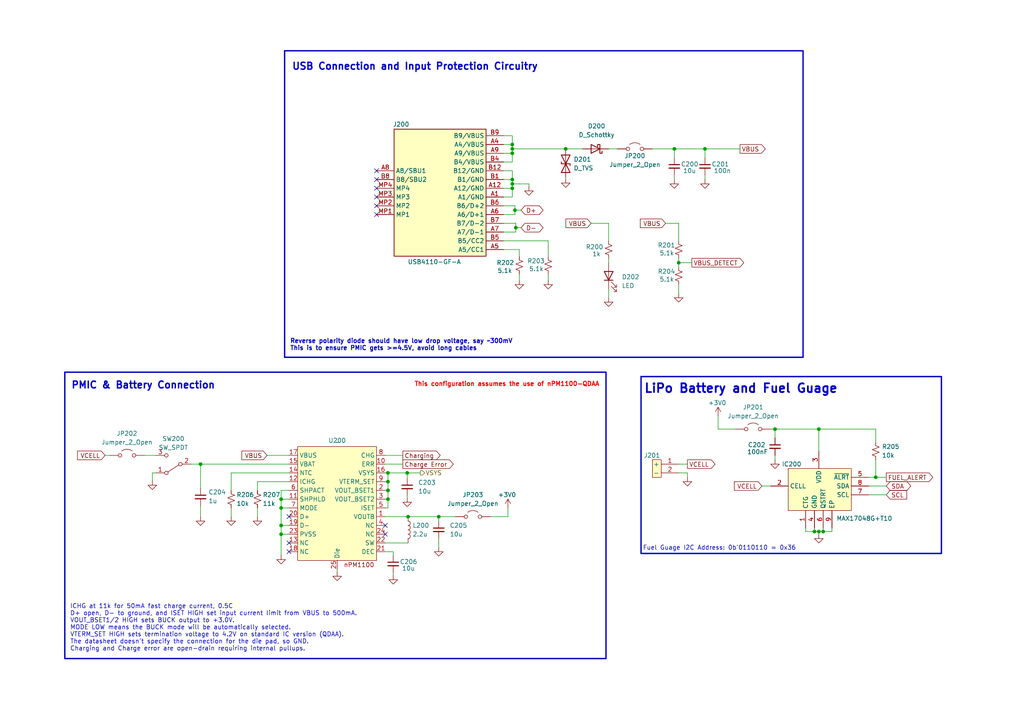
<source format=kicad_sch>
(kicad_sch (version 20231120) (generator "eeschema") (generator_version "8.0")
  (paper "A4")
  (lib_symbols
    (symbol "Device:C_Small" (pin_numbers hide) (pin_names (offset 0.254) hide)
      (property "Reference" "C" (at 0.254 1.778 0))
      (property "Value" "C_Small" (at 0.254 -2.032 0))
      (symbol "C_Small_0_1"
        (polyline (pts (xy -1.524 -0.508) (xy 1.524 -0.508)) (stroke (width 0.3302)))
        (polyline (pts (xy -1.524 0.508) (xy 1.524 0.508)) (stroke (width 0.3048)))
      )
      (symbol "C_Small_1_1"
        (pin passive line (at 0 2.54 270) (length 2.032) (name "~") (number "1"))
        (pin passive line (at 0 -2.54 90) (length 2.032) (name "~") (number "2"))
      )
    )
    (symbol "Device:D_Schottky" (pin_numbers hide) (pin_names (offset 1.016) hide)
      (property "Reference" "D" (at 0 2.54 0))
      (property "Value" "D_Schottky" (at 0 -2.54 0))
      (symbol "D_Schottky_0_1"
        (polyline (pts (xy 1.27 0) (xy -1.27 0)))
        (polyline (pts (xy 1.27 1.27) (xy 1.27 -1.27) (xy -1.27 0) (xy 1.27 1.27)) (stroke (width 0.254)))
        (polyline (pts (xy -1.905 0.635) (xy -1.905 1.27) (xy -1.27 1.27) (xy -1.27 -1.27) (xy -0.635 -1.27) (xy -0.635 -0.635)) (stroke (width 0.254)))
      )
      (symbol "D_Schottky_1_1"
        (pin passive line (at -3.81 0 0) (length 2.54) (name "K") (number "1"))
        (pin passive line (at 3.81 0 180) (length 2.54) (name "A") (number "2"))
      )
    )
    (symbol "Device:D_TVS" (pin_numbers hide) (pin_names (offset 1.016) hide)
      (property "Reference" "D" (at 0 2.54 0))
      (property "Value" "D_TVS" (at 0 -2.54 0))
      (symbol "D_TVS_0_1"
        (polyline (pts (xy 1.27 0) (xy -1.27 0)))
        (polyline (pts (xy 0.508 1.27) (xy 0 1.27) (xy 0 -1.27) (xy -0.508 -1.27)) (stroke (width 0.254)))
        (polyline (pts (xy -2.54 1.27) (xy -2.54 -1.27) (xy 2.54 1.27) (xy 2.54 -1.27) (xy -2.54 1.27)) (stroke (width 0.254)))
      )
      (symbol "D_TVS_1_1"
        (pin passive line (at -3.81 0 0) (length 2.54) (name "A1") (number "1"))
        (pin passive line (at 3.81 0 180) (length 2.54) (name "A2") (number "2"))
      )
    )
    (symbol "Device:L" (pin_numbers hide) (pin_names (offset 1.016) hide)
      (property "Reference" "L" (at -1.27 0 90))
      (property "Value" "L" (at 1.905 0 90))
      (symbol "L_0_1"
        (arc (start 0 -2.54) (mid 0.6323 -1.905) (end 0 -1.27))
        (arc (start 0 -1.27) (mid 0.6323 -0.635) (end 0 0))
        (arc (start 0 0) (mid 0.6323 0.635) (end 0 1.27))
        (arc (start 0 1.27) (mid 0.6323 1.905) (end 0 2.54))
      )
      (symbol "L_1_1"
        (pin passive line (at 0 3.81 270) (length 1.27) (name "1") (number "1"))
        (pin passive line (at 0 -3.81 90) (length 1.27) (name "2") (number "2"))
      )
    )
    (symbol "Device:LED" (pin_numbers hide) (pin_names (offset 1.016) hide)
      (property "Reference" "D" (at 0 2.54 0))
      (property "Value" "LED" (at 0 -2.54 0))
      (symbol "LED_0_1"
        (polyline (pts (xy -1.27 -1.27) (xy -1.27 1.27)) (stroke (width 0.254)))
        (polyline (pts (xy -1.27 0) (xy 1.27 0)))
        (polyline (pts (xy 1.27 -1.27) (xy 1.27 1.27) (xy -1.27 0) (xy 1.27 -1.27)) (stroke (width 0.254)))
        (polyline (pts (xy -3.048 -0.762) (xy -4.572 -2.286) (xy -3.81 -2.286) (xy -4.572 -2.286) (xy -4.572 -1.524)))
        (polyline (pts (xy -1.778 -0.762) (xy -3.302 -2.286) (xy -2.54 -2.286) (xy -3.302 -2.286) (xy -3.302 -1.524)))
      )
      (symbol "LED_1_1"
        (pin passive line (at -3.81 0 0) (length 2.54) (name "K") (number "1"))
        (pin passive line (at 3.81 0 180) (length 2.54) (name "A") (number "2"))
      )
    )
    (symbol "Device:R_Small_US" (pin_numbers hide) (pin_names (offset 0.254) hide)
      (property "Reference" "R" (at 0.762 0.508 0))
      (property "Value" "R_Small_US" (at 0.762 -1.016 0))
      (symbol "R_Small_US_1_1"
        (polyline (pts (xy 0 0) (xy 1.016 -0.381) (xy 0 -0.762) (xy -1.016 -1.143) (xy 0 -1.524)))
        (polyline (pts (xy 0 1.524) (xy 1.016 1.143) (xy 0 0.762) (xy -1.016 0.381) (xy 0 0)))
        (pin passive line (at 0 2.54 270) (length 1.016) (name "~") (number "1"))
        (pin passive line (at 0 -2.54 90) (length 1.016) (name "~") (number "2"))
      )
    )
    (symbol "GeckoDevelopmentBoard:1769_LiPoConnector"
      (property "Reference" "J1" (at -3.81 2.032 90))
      (property "Value" "1769_LiPoConnector" (at 4.064 1.27 90))
      (symbol "1769_LiPoConnector_1_1"
        (rectangle (start -2.54 2.54) (end 2.54 0) (fill (type background)))
        (pin passive line (at -1.27 -5.08 90) (length 5.08) (name "+") (number "1"))
        (pin passive line (at 1.27 -5.08 90) (length 5.08) (name "-") (number "2"))
      )
    )
    (symbol "GeckoDevelopmentBoard:MAX17048G+T10"
      (property "Reference" "IC3" (at -7.62 6.35 0))
      (property "Value" "MAX17048G+T10" (at 13.208 -8.89 0))
      (symbol "MAX17048G+T10_1_1"
        (rectangle (start -8.89 5.08) (end 9.398 -7.112) (fill (type background)))
        (pin passive line (at -3.81 -12.192 90) (length 5.08) (name "CTG") (number "1"))
        (pin passive line (at -13.97 0 0) (length 5.08) (name "CELL") (number "2"))
        (pin passive line (at 0 10.16 270) (length 5.08) (name "VDD") (number "3"))
        (pin passive line (at -1.27 -12.192 90) (length 5.08) (name "GND") (number "4"))
        (pin passive line (at 14.478 2.54 180) (length 5.08) (name "~{ALRT}") (number "5"))
        (pin passive line (at 1.27 -12.192 90) (length 5.08) (name "QSTRT") (number "6"))
        (pin passive line (at 14.478 -2.54 180) (length 5.08) (name "SCL") (number "7"))
        (pin passive line (at 14.478 0 180) (length 5.08) (name "SDA") (number "8"))
        (pin passive line (at 3.81 -12.192 90) (length 5.08) (name "EP") (number "9"))
      )
    )
    (symbol "GeckoDevelopmentBoard:nPM1100"
      (property "Reference" "U6" (at -10.16 16.51 0))
      (property "Value" "~" (at -12.7 12.7 0))
      (symbol "nPM1100_1_1"
        (rectangle (start -11.43 15.24) (end 11.43 -17.78) (fill (type background)))
        (text "nPM1100" (at 6.35 -19.05 0) (effects (font (size 1.27 1.27))))
        (pin input line (at 13.97 -5.08 180) (length 2.54) (name "VOUTB") (number "1"))
        (pin input line (at 13.97 10.16 180) (length 2.54) (name "ERR") (number "10"))
        (pin input line (at -13.97 0 0) (length 2.54) (name "SHPHLD") (number "11"))
        (pin input line (at -13.97 5.08 0) (length 2.54) (name "ICHG") (number "12"))
        (pin input line (at -13.97 -12.7 0) (length 2.54) (name "NC") (number "13"))
        (pin input line (at -13.97 7.62 0) (length 2.54) (name "NTC") (number "14"))
        (pin input line (at -13.97 10.16 0) (length 2.54) (name "VBAT") (number "15"))
        (pin input line (at 13.97 7.62 180) (length 2.54) (name "VSYS") (number "16"))
        (pin input line (at -13.97 12.7 0) (length 2.54) (name "VBUS") (number "17"))
        (pin input line (at -13.97 -15.24 0) (length 2.54) (name "NC") (number "18"))
        (pin input line (at -13.97 -7.62 0) (length 2.54) (name "D-") (number "19"))
        (pin input line (at 13.97 2.54 180) (length 2.54) (name "VOUT_BSET1") (number "2"))
        (pin input line (at -13.97 -5.08 0) (length 2.54) (name "D+") (number "20"))
        (pin input line (at 13.97 -15.24 180) (length 2.54) (name "DEC") (number "21"))
        (pin input line (at 13.97 -12.7 180) (length 2.54) (name "SW") (number "22"))
        (pin input line (at -13.97 -10.16 0) (length 2.54) (name "PVSS") (number "23"))
        (pin input line (at 13.97 -10.16 180) (length 2.54) (name "NC") (number "24"))
        (pin input line (at 0 -20.32 90) (length 2.54) (name "Die") (number "25"))
        (pin input line (at 13.97 0 180) (length 2.54) (name "VOUT_BSET2") (number "3"))
        (pin input line (at 13.97 -7.62 180) (length 2.54) (name "NC") (number "4"))
        (pin input line (at 13.97 -2.54 180) (length 2.54) (name "ISET") (number "5"))
        (pin input line (at -13.97 2.54 0) (length 2.54) (name "SHPACT") (number "6"))
        (pin input line (at -13.97 -2.54 0) (length 2.54) (name "MODE") (number "7"))
        (pin input line (at 13.97 12.7 180) (length 2.54) (name "CHG") (number "8"))
        (pin input line (at 13.97 5.08 180) (length 2.54) (name "VTERM_SET") (number "9"))
      )
    )
    (symbol "Jumper:Jumper_2_Open" (pin_numbers hide) (pin_names (offset 0) hide) (exclude_from_sim yes)
      (property "Reference" "JP" (at 0 2.794 0))
      (property "Value" "Jumper_2_Open" (at 0 -2.286 0))
      (symbol "Jumper_2_Open_0_0"
        (circle (center -2.032 0) (radius 0.508))
        (circle (center 2.032 0) (radius 0.508))
      )
      (symbol "Jumper_2_Open_0_1"
        (arc (start 1.524 1.27) (mid 0 1.778) (end -1.524 1.27))
      )
      (symbol "Jumper_2_Open_1_1"
        (pin passive line (at -5.08 0 0) (length 2.54) (name "A") (number "1"))
        (pin passive line (at 5.08 0 180) (length 2.54) (name "B") (number "2"))
      )
    )
    (symbol "SamacSys_Parts:USB4110-GF-A"
      (property "Reference" "J" (at -13.335 19.685 0))
      (property "Value" "USB4110-GF-A" (at 6.35 -20.32 0))
      (symbol "USB4110-GF-A_1_1"
        (rectangle (start -13.97 17.145) (end 12.7 -19.685) (stroke (width 0.254)) (fill (type background)))
        (pin passive line (at 17.78 -2.54 180) (length 5.08) (name "A1/GND") (number "A1"))
        (pin passive line (at 17.78 0 180) (length 5.08) (name "A12/GND") (number "A12"))
        (pin passive line (at 17.78 12.7 180) (length 5.08) (name "A4/VBUS") (number "A4"))
        (pin passive line (at 17.78 -17.78 180) (length 5.08) (name "A5/CC1") (number "A5"))
        (pin passive line (at 17.78 -7.62 180) (length 5.08) (name "A6/D+1") (number "A6"))
        (pin passive line (at 17.78 -12.7 180) (length 5.08) (name "A7/D-1") (number "A7"))
        (pin passive line (at -19.05 5.08 0) (length 5.08) (name "A8/SBU1") (number "A8"))
        (pin passive line (at 17.78 10.16 180) (length 5.08) (name "A9/VBUS") (number "A9"))
        (pin passive line (at 17.78 2.54 180) (length 5.08) (name "B1/GND") (number "B1"))
        (pin passive line (at 17.78 5.08 180) (length 5.08) (name "B12/GND") (number "B12"))
        (pin passive line (at 17.78 7.62 180) (length 5.08) (name "B4/VBUS") (number "B4"))
        (pin passive line (at 17.78 -15.24 180) (length 5.08) (name "B5/CC2") (number "B5"))
        (pin passive line (at 17.78 -5.08 180) (length 5.08) (name "B6/D+2") (number "B6"))
        (pin passive line (at 17.78 -10.16 180) (length 5.08) (name "B7/D-2") (number "B7"))
        (pin passive line (at -19.05 2.54 0) (length 5.08) (name "B8/SBU2") (number "B8"))
        (pin passive line (at 17.78 15.24 180) (length 5.08) (name "B9/VBUS") (number "B9"))
        (pin passive line (at -19.05 -7.62 0) (length 5.08) (name "MP1") (number "MP1"))
        (pin passive line (at -19.05 -5.08 0) (length 5.08) (name "MP2") (number "MP2"))
        (pin passive line (at -19.05 -2.54 0) (length 5.08) (name "MP3") (number "MP3"))
        (pin passive line (at -19.05 0 0) (length 5.08) (name "MP4") (number "MP4"))
      )
    )
    (symbol "Switch:SW_SPDT" (pin_names (offset 0) hide)
      (property "Reference" "SW" (at 0 4.318 0))
      (property "Value" "SW_SPDT" (at 0 -5.08 0))
      (symbol "SW_SPDT_0_0"
        (circle (center -2.032 0) (radius 0.508))
        (circle (center 2.032 -2.54) (radius 0.508))
      )
      (symbol "SW_SPDT_0_1"
        (polyline (pts (xy -1.524 0.254) (xy 1.651 2.286)))
        (circle (center 2.032 2.54) (radius 0.508))
      )
      (symbol "SW_SPDT_1_1"
        (pin passive line (at 5.08 2.54 180) (length 2.54) (name "A") (number "1"))
        (pin passive line (at -5.08 0 0) (length 2.54) (name "B") (number "2"))
        (pin passive line (at 5.08 -2.54 180) (length 2.54) (name "C") (number "3"))
      )
    )
    (symbol "power:+3V0" (power) (pin_names (offset 0))
      (property "Value" "+3V0" (at 0 3.556 0))
      (symbol "+3V0_0_1"
        (polyline (pts (xy -0.762 1.27) (xy 0 2.54)))
        (polyline (pts (xy 0 0) (xy 0 2.54)))
        (polyline (pts (xy 0 2.54) (xy 0.762 1.27)))
      )
      (symbol "+3V0_1_1"
        (pin power_in line (at 0 0 90) (length 0) hide (name "+3V0") (number "1"))
      )
    )
    (symbol "power:GND" (power) (pin_names (offset 0))
      (property "Value" "GND" (at 0 -3.81 0))
      (symbol "GND_0_1"
        (polyline (pts (xy 0 0) (xy 0 -1.27) (xy 1.27 -1.27) (xy 0 -2.54) (xy -1.27 -1.27) (xy 0 -1.27)))
      )
      (symbol "GND_1_1"
        (pin power_in line (at 0 0 270) (length 0) hide (name "GND") (number "1"))
      )
    )
  )
  (junction (at 148.59 52.07))
  (junction (at 164.084 43.18))
  (junction (at 224.79 124.46))
  (junction (at 204.47 43.18))
  (junction (at 148.59 54.61))
  (junction (at 112.522 144.78))
  (junction (at 237.49 124.46))
  (junction (at 254 138.43))
  (junction (at 195.58 43.18))
  (junction (at 148.59 53.34))
  (junction (at 58.166 134.62))
  (junction (at 112.522 137.16))
  (junction (at 118.364 149.86))
  (junction (at 81.534 152.4))
  (junction (at 81.534 154.94))
  (junction (at 81.534 144.78))
  (junction (at 112.522 139.7))
  (junction (at 236.22 154.178))
  (junction (at 81.534 147.32))
  (junction (at 127.254 149.86))
  (junction (at 238.76 154.178))
  (junction (at 148.59 44.45))
  (junction (at 149.606 66.04))
  (junction (at 148.59 43.18))
  (junction (at 237.49 154.178))
  (junction (at 196.85 76.2))
  (junction (at 149.352 60.96))
  (junction (at 118.11 137.16))
  (junction (at 148.59 41.91))
  (junction (at 112.522 142.24))
  (no_connect (at 83.82 160.02))
  (no_connect (at 83.82 157.48))
  (no_connect (at 109.22 49.53))
  (no_connect (at 109.22 59.69))
  (no_connect (at 83.82 149.86))
  (no_connect (at 109.22 52.07))
  (no_connect (at 109.22 62.23))
  (no_connect (at 111.76 154.94))
  (no_connect (at 111.76 152.4))
  (no_connect (at 109.22 54.61))
  (no_connect (at 109.22 57.15))
  (wire (pts (xy 111.76 149.86) (xy 118.364 149.86)))
  (wire (pts (xy 159.004 69.85) (xy 159.004 74.422)))
  (wire (pts (xy 148.59 52.07) (xy 148.59 53.34)))
  (wire (pts (xy 118.11 137.16) (xy 118.11 138.684)))
  (wire (pts (xy 142.24 149.86) (xy 147.32 149.86)))
  (wire (pts (xy 127.254 156.21) (xy 127.254 158.75)))
  (wire (pts (xy 204.47 50.8) (xy 204.47 52.07)))
  (wire (pts (xy 171.45 64.77) (xy 176.53 64.77)))
  (wire (pts (xy 176.53 74.93) (xy 176.53 76.2)))
  (wire (pts (xy 150.622 79.502) (xy 150.622 81.28)))
  (wire (pts (xy 204.47 43.18) (xy 204.47 45.72)))
  (wire (pts (xy 127.254 149.86) (xy 132.08 149.86)))
  (wire (pts (xy 148.59 41.91) (xy 148.59 43.18)))
  (wire (pts (xy 147.32 149.86) (xy 147.32 147.32)))
  (wire (pts (xy 112.522 137.16) (xy 112.522 139.7)))
  (wire (pts (xy 199.39 137.16) (xy 199.39 138.43)))
  (wire (pts (xy 204.47 43.18) (xy 214.63 43.18)))
  (wire (pts (xy 223.52 124.46) (xy 224.79 124.46)))
  (wire (pts (xy 148.59 43.18) (xy 148.59 44.45)))
  (wire (pts (xy 159.004 79.502) (xy 159.004 81.28)))
  (wire (pts (xy 196.85 134.62) (xy 199.39 134.62)))
  (wire (pts (xy 237.49 154.178) (xy 238.76 154.178)))
  (wire (pts (xy 153.416 53.34) (xy 148.59 53.34)))
  (wire (pts (xy 58.166 134.62) (xy 58.166 141.605)))
  (wire (pts (xy 224.79 132.08) (xy 224.79 133.35)))
  (wire (pts (xy 81.534 144.78) (xy 81.534 147.32)))
  (wire (pts (xy 149.352 60.96) (xy 149.352 62.23)))
  (wire (pts (xy 164.084 43.18) (xy 164.084 43.688)))
  (wire (pts (xy 148.59 43.18) (xy 164.084 43.18)))
  (wire (pts (xy 149.606 64.77) (xy 149.606 66.04)))
  (wire (pts (xy 77.47 132.08) (xy 83.82 132.08)))
  (wire (pts (xy 83.82 139.7) (xy 74.676 139.7)))
  (wire (pts (xy 150.622 74.422) (xy 150.622 72.39)))
  (wire (pts (xy 121.92 137.16) (xy 118.11 137.16)))
  (wire (pts (xy 146.05 62.23) (xy 149.352 62.23)))
  (wire (pts (xy 148.59 39.37) (xy 148.59 41.91)))
  (wire (pts (xy 146.05 44.45) (xy 148.59 44.45)))
  (wire (pts (xy 148.59 54.61) (xy 148.59 57.15)))
  (wire (pts (xy 112.522 139.7) (xy 111.76 139.7)))
  (wire (pts (xy 233.68 154.178) (xy 236.22 154.178)))
  (wire (pts (xy 111.76 144.78) (xy 112.522 144.78)))
  (wire (pts (xy 44.196 137.16) (xy 45.212 137.16)))
  (wire (pts (xy 196.85 64.77) (xy 196.85 69.85)))
  (wire (pts (xy 97.79 165.1) (xy 97.79 165.862)))
  (wire (pts (xy 237.49 124.46) (xy 224.79 124.46)))
  (wire (pts (xy 58.166 134.62) (xy 83.82 134.62)))
  (wire (pts (xy 146.05 49.53) (xy 148.59 49.53)))
  (wire (pts (xy 111.76 157.48) (xy 118.364 157.48)))
  (wire (pts (xy 195.58 43.18) (xy 204.47 43.18)))
  (wire (pts (xy 146.05 54.61) (xy 148.59 54.61)))
  (wire (pts (xy 146.05 59.69) (xy 149.352 59.69)))
  (wire (pts (xy 195.58 43.18) (xy 195.58 45.72)))
  (wire (pts (xy 237.49 154.178) (xy 237.49 154.94)))
  (wire (pts (xy 251.968 143.51) (xy 257.048 143.51)))
  (wire (pts (xy 254 124.46) (xy 237.49 124.46)))
  (wire (pts (xy 114.046 166.116) (xy 114.046 166.878)))
  (wire (pts (xy 208.28 124.46) (xy 208.28 120.65)))
  (wire (pts (xy 112.522 142.24) (xy 112.522 139.7)))
  (wire (pts (xy 176.53 43.18) (xy 179.07 43.18)))
  (wire (pts (xy 213.36 124.46) (xy 208.28 124.46)))
  (wire (pts (xy 238.76 153.162) (xy 238.76 154.178)))
  (wire (pts (xy 149.352 59.69) (xy 149.352 60.96)))
  (wire (pts (xy 146.05 72.39) (xy 150.622 72.39)))
  (wire (pts (xy 74.676 147.32) (xy 74.676 149.86)))
  (wire (pts (xy 146.05 46.99) (xy 148.59 46.99)))
  (wire (pts (xy 146.05 69.85) (xy 159.004 69.85)))
  (wire (pts (xy 112.522 147.32) (xy 112.522 144.78)))
  (wire (pts (xy 233.68 153.162) (xy 233.68 154.178)))
  (wire (pts (xy 112.522 137.16) (xy 118.11 137.16)))
  (wire (pts (xy 254 128.27) (xy 254 124.46)))
  (wire (pts (xy 81.534 154.94) (xy 81.534 152.4)))
  (wire (pts (xy 196.85 74.93) (xy 196.85 76.2)))
  (wire (pts (xy 251.968 138.43) (xy 254 138.43)))
  (wire (pts (xy 111.76 134.62) (xy 116.84 134.62)))
  (wire (pts (xy 189.23 43.18) (xy 195.58 43.18)))
  (wire (pts (xy 195.58 50.8) (xy 195.58 52.07)))
  (wire (pts (xy 81.534 142.24) (xy 81.534 144.78)))
  (wire (pts (xy 176.53 64.77) (xy 176.53 69.85)))
  (wire (pts (xy 236.22 153.162) (xy 236.22 154.178)))
  (wire (pts (xy 176.53 83.82) (xy 176.53 86.36)))
  (wire (pts (xy 196.85 76.2) (xy 196.85 77.47)))
  (wire (pts (xy 111.76 132.08) (xy 116.84 132.08)))
  (wire (pts (xy 241.3 154.178) (xy 241.3 153.162)))
  (wire (pts (xy 111.76 137.16) (xy 112.522 137.16)))
  (wire (pts (xy 238.76 154.178) (xy 241.3 154.178)))
  (wire (pts (xy 236.22 154.178) (xy 237.49 154.178)))
  (wire (pts (xy 81.534 147.32) (xy 81.534 152.4)))
  (wire (pts (xy 81.534 154.94) (xy 81.534 161.036)))
  (wire (pts (xy 153.416 54.102) (xy 153.416 53.34)))
  (wire (pts (xy 146.05 64.77) (xy 149.606 64.77)))
  (wire (pts (xy 146.05 39.37) (xy 148.59 39.37)))
  (wire (pts (xy 220.98 140.97) (xy 223.52 140.97)))
  (wire (pts (xy 148.59 53.34) (xy 148.59 54.61)))
  (wire (pts (xy 111.76 160.02) (xy 114.046 160.02)))
  (wire (pts (xy 237.49 124.46) (xy 237.49 130.81)))
  (wire (pts (xy 196.85 137.16) (xy 199.39 137.16)))
  (wire (pts (xy 83.82 144.78) (xy 81.534 144.78)))
  (wire (pts (xy 224.79 124.46) (xy 224.79 127)))
  (wire (pts (xy 196.85 76.2) (xy 200.66 76.2)))
  (wire (pts (xy 251.968 140.97) (xy 257.048 140.97)))
  (wire (pts (xy 118.364 149.86) (xy 127.254 149.86)))
  (wire (pts (xy 83.82 147.32) (xy 81.534 147.32)))
  (wire (pts (xy 193.04 64.77) (xy 196.85 64.77)))
  (wire (pts (xy 58.166 146.685) (xy 58.166 149.86)))
  (wire (pts (xy 146.05 52.07) (xy 148.59 52.07)))
  (wire (pts (xy 164.084 43.18) (xy 168.91 43.18)))
  (wire (pts (xy 148.59 49.53) (xy 148.59 52.07)))
  (wire (pts (xy 111.76 147.32) (xy 112.522 147.32)))
  (wire (pts (xy 114.046 160.02) (xy 114.046 161.036)))
  (wire (pts (xy 81.534 152.4) (xy 83.82 152.4)))
  (wire (pts (xy 149.352 60.96) (xy 151.13 60.96)))
  (wire (pts (xy 148.59 44.45) (xy 148.59 46.99)))
  (wire (pts (xy 164.084 51.308) (xy 164.084 51.816)))
  (wire (pts (xy 149.606 66.04) (xy 149.606 67.31)))
  (wire (pts (xy 146.05 57.15) (xy 148.59 57.15)))
  (wire (pts (xy 196.85 82.55) (xy 196.85 85.09)))
  (wire (pts (xy 67.056 137.16) (xy 67.056 142.24)))
  (wire (pts (xy 83.82 154.94) (xy 81.534 154.94)))
  (wire (pts (xy 118.11 143.764) (xy 118.11 144.399)))
  (wire (pts (xy 83.82 142.24) (xy 81.534 142.24)))
  (wire (pts (xy 112.522 144.78) (xy 112.522 142.24)))
  (wire (pts (xy 127.254 151.13) (xy 127.254 149.86)))
  (wire (pts (xy 149.606 66.04) (xy 151.13 66.04)))
  (wire (pts (xy 55.372 134.62) (xy 58.166 134.62)))
  (wire (pts (xy 67.056 147.32) (xy 67.056 149.86)))
  (wire (pts (xy 254 133.35) (xy 254 138.43)))
  (wire (pts (xy 30.48 132.08) (xy 31.75 132.08)))
  (wire (pts (xy 83.82 137.16) (xy 67.056 137.16)))
  (wire (pts (xy 146.05 41.91) (xy 148.59 41.91)))
  (wire (pts (xy 41.91 132.08) (xy 45.212 132.08)))
  (wire (pts (xy 44.196 139.446) (xy 44.196 137.16)))
  (wire (pts (xy 254 138.43) (xy 257.048 138.43)))
  (wire (pts (xy 74.676 139.7) (xy 74.676 142.24)))
  (wire (pts (xy 146.05 67.31) (xy 149.606 67.31)))
  (wire (pts (xy 111.76 142.24) (xy 112.522 142.24)))
  (rectangle (start 18.796 107.95) (end 175.768 191.008) (stroke (width 0.4)))
  (rectangle (start 185.928 109.22) (end 273.05 160.528) (stroke (width 0.4)))
  (rectangle (start 82.55 14.732) (end 232.918 103.632) (stroke (width 0.4)))
  (text "This configuration assumes the use of nPM1100-QDAA" (at 120.142 112.268 0) (effects (font (size 1.27 1.27) (thickness 0.254) (bold yes)) (justify left bottom)))
  (text "USB Connection and Input Protection Circuitry" (at 84.582 20.574 0) (effects (font (size 2 2) (bold yes)) (justify left bottom)))
  (text "ICHG at 11k for 50mA fast charge current, 0.5C\nD+ open, D- to ground, and ISET HIGH set input current limit from VBUS to 500mA.\nVOUT_BSET1/2 HIGH sets BUCK output to +3.0V.\nMODE LOW means the BUCK mode will be automatically selected.\nVTERM_SET HIGH sets termination voltage to 4.2V on standard IC version (QDAA).\nThe datasheet doesn't specify the connection for the die pad, so GND.\nCharging and Charge error are open-drain requiring internal pullups.\n" (at 20.32 188.976 0) (effects (font (size 1.27 1.27)) (justify left bottom)))
  (text "Fuel Guage I2C Address: 0b'0110110 = 0x36" (at 186.436 159.766 0) (effects (font (size 1.27 1.27)) (justify left bottom)))
  (text "PMIC & Battery Connection" (at 20.574 113.03 0) (effects (font (size 2 2) (bold yes)) (justify left bottom)))
  (text "Reverse polarity diode should have low drop voltage, say ~300mV\nThis is to ensure PMIC gets >=4.5V, avoid long cables" (at 84.074 101.854 0) (effects (font (size 1.27 1.27) (bold yes)) (justify left bottom)))
  (text "LiPo Battery and Fuel Guage" (at 186.69 114.3 0) (effects (font (size 2.54 2.54) (thickness 0.508) (bold yes)) (justify left bottom)))
  (global_label "SDA" (shape bidirectional) (at 257.048 140.97 0) (property "Intersheetrefs" "${INTERSHEET_REFS}" (effects (hide yes))))
  (global_label "VBUS" (shape input) (at 171.45 64.77 180) (property "Intersheetrefs" "${INTERSHEET_REFS}" (effects (hide yes))))
  (global_label "VBUS_DETECT" (shape output) (at 200.66 76.2 0) (property "Intersheetrefs" "${INTERSHEET_REFS}" (effects (hide yes))))
  (global_label "VBUS" (shape input) (at 193.04 64.77 180) (property "Intersheetrefs" "${INTERSHEET_REFS}" (effects (hide yes))))
  (global_label "VCELL" (shape input) (at 30.48 132.08 180) (property "Intersheetrefs" "${INTERSHEET_REFS}" (effects (hide yes))))
  (global_label "FUEL_ALERT" (shape output) (at 257.048 138.43 0) (property "Intersheetrefs" "${INTERSHEET_REFS}" (effects (hide yes))))
  (global_label "SCL" (shape input) (at 257.048 143.51 0) (property "Intersheetrefs" "${INTERSHEET_REFS}" (effects (hide yes))))
  (global_label "VCELL" (shape input) (at 220.98 140.97 180) (property "Intersheetrefs" "${INTERSHEET_REFS}" (effects (hide yes))))
  (global_label "Charging" (shape output) (at 116.84 132.08 0) (property "Intersheetrefs" "${INTERSHEET_REFS}" (effects (hide yes))))
  (global_label "VBUS" (shape input) (at 77.47 132.08 180) (property "Intersheetrefs" "${INTERSHEET_REFS}" (effects (hide yes))))
  (global_label "D-" (shape bidirectional) (at 151.13 66.04 0) (property "Intersheetrefs" "${INTERSHEET_REFS}" (effects (hide yes))))
  (global_label "VCELL" (shape output) (at 199.39 134.62 0) (property "Intersheetrefs" "${INTERSHEET_REFS}" (effects (hide yes))))
  (global_label "D+" (shape bidirectional) (at 151.13 60.96 0) (property "Intersheetrefs" "${INTERSHEET_REFS}" (effects (hide yes))))
  (global_label "VBUS" (shape output) (at 214.63 43.18 0) (property "Intersheetrefs" "${INTERSHEET_REFS}" (effects (hide yes))))
  (global_label "Charge Error" (shape output) (at 116.84 134.62 0) (property "Intersheetrefs" "${INTERSHEET_REFS}" (effects (hide yes))))
  (hierarchical_label "VSYS" (shape output) (at 121.92 137.16 0))
  (symbol (lib_id "power:GND") (at 196.85 85.09 0) (unit 1)
    (property "Reference" "#PWR0206" (effects (hide yes)))
    (property "Value" "GND" (effects (hide yes)))
  )
  (symbol (lib_id "power:GND") (at 159.004 81.28 0) (unit 1)
    (property "Reference" "#PWR0205" (effects (hide yes)))
    (property "Value" "GND" (effects (hide yes)))
  )
  (symbol (lib_id "power:GND") (at 114.046 166.878 0) (unit 1)
    (property "Reference" "#PWR0221" (effects (hide yes)))
    (property "Value" "GND" (effects (hide yes)))
  )
  (symbol (lib_id "power:GND") (at 164.084 51.816 0) (unit 1)
    (property "Reference" "#PWR0200" (effects (hide yes)))
    (property "Value" "GND" (effects (hide yes)))
  )
  (symbol (lib_id "Device:LED") (at 176.53 80.01 90) (unit 1)
    (property "Reference" "D202" (at 180.34 80.3274 90) (effects (justify right)))
    (property "Value" "LED" (at 180.34 82.8674 90) (effects (justify right)))
    (property "Footprint" "LED_SMD:LED_0603_1608Metric" (effects (hide yes)))
    (property "Description" "Light emitting diode" (effects (hide yes)))
  )
  (symbol (lib_id "power:GND") (at 176.53 86.36 0) (unit 1)
    (property "Reference" "#PWR0207" (effects (hide yes)))
    (property "Value" "GND" (effects (hide yes)))
  )
  (symbol (lib_id "Jumper:Jumper_2_Open") (at 218.44 124.46 0) (unit 1) (exclude_from_sim yes)
    (property "Reference" "JP201" (at 218.44 118.11 0))
    (property "Value" "Jumper_2_Open" (at 218.44 120.65 0))
    (property "Footprint" "GeckoDevelopmentBoard:2pinJumper_HDRV2W110P0X254_1X2_508X254X854P" (effects (hide yes)))
    (property "Description" "Jumper, 2-pole, open" (effects (hide yes)))
  )
  (symbol (lib_id "power:+3V0") (at 147.32 147.32 0) (unit 1)
    (property "Reference" "#PWR0213" (effects (hide yes)))
    (property "Value" "+3V0" (at 147.066 143.51 0))
  )
  (symbol (lib_id "Device:L") (at 118.364 153.67 0) (unit 1)
    (property "Reference" "L200" (at 119.634 152.4 0) (effects (justify left)))
    (property "Value" "2.2u" (at 119.634 154.94 0) (effects (justify left)))
    (property "Footprint" "Inductor_SMD:L_0402_1005Metric" (effects (hide yes)))
  )
  (symbol (lib_id "Device:R_Small_US") (at 74.676 144.78 0) (unit 1)
    (property "Reference" "R207" (at 76.2 143.51 0) (effects (justify left)))
    (property "Value" "11k" (at 76.2 146.05 0) (effects (justify left)))
    (property "Footprint" "Resistor_SMD:R_0402_1005Metric" (effects (hide yes)))
  )
  (symbol (lib_id "GeckoDevelopmentBoard:1769_LiPoConnector") (at 191.77 135.89 90) (mirror x) (unit 1)
    (property "Reference" "J201" (at 191.516 132.08 90) (effects (justify left)))
    (property "Value" "1769_LiPoConnector" (effects (hide yes)))
    (property "Footprint" "GeckoDevelopmentBoard:1769_lipoConnector" (effects (hide yes)))
    (property "Datasheet" "https://cdn-shop.adafruit.com/datasheets/17311.pdf" (effects (hide yes)))
    (property "Mouser Part Number" "485-1769" (effects (hide yes)))
    (property "Mouser Price/Stock" "https://www.mouser.co.uk/ProductDetail/Adafruit/1769?qs=GURawfaeGuBbgoGtf2XstA%3D%3D" (effects (hide yes)))
    (property "Manufacturer_Name" "Adafruit" (effects (hide yes)))
    (property "Manufacturer_Part_Number" "1769" (effects (hide yes)))
  )
  (symbol (lib_id "Device:D_TVS") (at 164.084 47.498 90) (unit 1)
    (property "Reference" "D201" (at 166.37 46.228 90) (effects (justify right)))
    (property "Value" "D_TVS" (at 166.37 48.768 90) (effects (justify right)))
    (property "Footprint" "GeckoDevelopmentBoard:TVS_SOD2513X120N" (effects (hide yes)))
  )
  (symbol (lib_id "Device:R_Small_US") (at 159.004 76.962 180) (unit 1)
    (property "Reference" "R203" (at 152.908 75.692 0) (effects (justify right)))
    (property "Value" "5.1k" (at 153.416 77.978 0) (effects (justify right)))
    (property "Footprint" "Resistor_SMD:R_0402_1005Metric" (effects (hide yes)))
  )
  (symbol (lib_id "SamacSys_Parts:USB4110-GF-A") (at 128.27 54.61 0) (unit 1)
    (property "Reference" "J200" (at 116.332 36.068 0))
    (property "Value" "USB4110-GF-A" (at 125.984 75.946 0))
    (property "Footprint" "GeckoDevelopmentBoard:USB4110GFA" (effects (hide yes)))
    (property "Datasheet" "https://gct.co/files/drawings/usb4110.pdf" (effects (hide yes)))
    (property "Height" "3.26" (effects (hide yes)))
    (property "Mouser Part Number" "640-USB4110-GF-A" (effects (hide yes)))
    (property "Mouser Price/Stock" "https://www.mouser.co.uk/ProductDetail/GCT/USB4110-GF-A?qs=KUoIvG%2F9IlYiZvIXQjyJeA%3D%3D" (effects (hide yes)))
    (property "Manufacturer_Name" "GCT (GLOBAL CONNECTOR TECHNOLOGY)" (effects (hide yes)))
    (property "Manufacturer_Part_Number" "USB4110-GF-A" (effects (hide yes)))
  )
  (symbol (lib_id "Device:C_Small") (at 58.166 144.145 0) (unit 1)
    (property "Reference" "C204" (at 60.452 142.748 0) (effects (justify left)))
    (property "Value" "1u" (at 60.452 145.288 0) (effects (justify left)))
    (property "Footprint" "Capacitor_SMD:C_0402_1005Metric" (effects (hide yes)))
  )
  (symbol (lib_id "Device:D_Schottky") (at 172.72 43.18 180) (unit 1)
    (property "Reference" "D200" (at 173.0375 36.576 0))
    (property "Value" "D_Schottky" (at 173.0375 39.116 0))
    (property "Footprint" "GeckoDevelopmentBoard:reversePolarity_SODFL3616X98N" (effects (hide yes)))
  )
  (symbol (lib_id "Device:C_Small") (at 118.11 141.224 0) (unit 1)
    (property "Reference" "C203" (at 121.285 139.9603 0) (effects (justify left)))
    (property "Value" "10u" (at 121.285 142.5003 0) (effects (justify left)))
    (property "Footprint" "Capacitor_SMD:C_0402_1005Metric" (effects (hide yes)))
  )
  (symbol (lib_id "power:+3V0") (at 208.28 120.65 0) (unit 1)
    (property "Reference" "#PWR0208" (effects (hide yes)))
    (property "Value" "+3V0" (at 208.026 116.84 0))
  )
  (symbol (lib_id "Device:R_Small_US") (at 254 130.81 180) (unit 1)
    (property "Reference" "R205" (at 255.778 129.54 0) (effects (justify right)))
    (property "Value" "10k" (at 255.778 132.08 0) (effects (justify right)))
    (property "Footprint" "Resistor_SMD:R_0402_1005Metric" (effects (hide yes)))
  )
  (symbol (lib_id "power:GND") (at 74.676 149.86 0) (unit 1)
    (property "Reference" "#PWR0216" (effects (hide yes)))
    (property "Value" "GND" (effects (hide yes)))
  )
  (symbol (lib_id "Device:R_Small_US") (at 150.622 76.962 180) (unit 1)
    (property "Reference" "R202" (at 144.018 76.2 0) (effects (justify right)))
    (property "Value" "5.1k" (at 144.272 78.486 0) (effects (justify right)))
    (property "Footprint" "Resistor_SMD:R_0402_1005Metric" (effects (hide yes)))
  )
  (symbol (lib_id "power:GND") (at 237.49 154.94 0) (unit 1)
    (property "Reference" "#PWR0217" (effects (hide yes)))
    (property "Value" "GND" (effects (hide yes)))
  )
  (symbol (lib_id "Jumper:Jumper_2_Open") (at 184.15 43.18 0) (mirror y) (unit 1) (exclude_from_sim yes)
    (property "Reference" "JP200" (at 184.15 45.212 0))
    (property "Value" "Jumper_2_Open" (at 184.15 47.752 0))
    (property "Footprint" "GeckoDevelopmentBoard:2pinJumper_HDRV2W110P0X254_1X2_508X254X854P" (effects (hide yes)))
    (property "Description" "Jumper, 2-pole, open" (effects (hide yes)))
  )
  (symbol (lib_id "power:GND") (at 81.534 161.036 0) (unit 1)
    (property "Reference" "#PWR0219" (effects (hide yes)))
    (property "Value" "GND" (effects (hide yes)))
  )
  (symbol (lib_id "power:GND") (at 195.58 52.07 0) (unit 1)
    (property "Reference" "#PWR0201" (effects (hide yes)))
    (property "Value" "GND" (effects (hide yes)))
  )
  (symbol (lib_id "power:GND") (at 204.47 52.07 0) (unit 1)
    (property "Reference" "#PWR0202" (effects (hide yes)))
    (property "Value" "GND" (effects (hide yes)))
  )
  (symbol (lib_id "power:GND") (at 153.416 54.102 0) (unit 1)
    (property "Reference" "#PWR0203" (effects (hide yes)))
    (property "Value" "GND" (effects (hide yes)))
  )
  (symbol (lib_id "power:GND") (at 67.056 149.86 0) (unit 1)
    (property "Reference" "#PWR0215" (effects (hide yes)))
    (property "Value" "GND" (effects (hide yes)))
  )
  (symbol (lib_id "power:GND") (at 224.79 133.35 0) (unit 1)
    (property "Reference" "#PWR0209" (effects (hide yes)))
    (property "Value" "GND" (effects (hide yes)))
  )
  (symbol (lib_id "Device:C_Small") (at 195.58 48.26 0) (unit 1)
    (property "Reference" "C200" (at 197.485 47.625 0) (effects (justify left)))
    (property "Value" "10u" (at 198.12 49.53 0) (effects (justify left)))
    (property "Footprint" "Capacitor_SMD:C_0402_1005Metric" (effects (hide yes)))
  )
  (symbol (lib_id "Switch:SW_SPDT") (at 50.292 134.62 180) (unit 1)
    (property "Reference" "SW200" (at 50.292 127.254 0))
    (property "Value" "SW_SPDT" (at 50.292 129.794 0))
    (property "Footprint" "GeckoDevelopmentBoard:largerSlide_SW_JS102011JAQN" (effects (hide yes)))
  )
  (symbol (lib_id "Jumper:Jumper_2_Open") (at 137.16 149.86 0) (mirror y) (unit 1) (exclude_from_sim yes)
    (property "Reference" "JP203" (at 137.16 143.51 0))
    (property "Value" "Jumper_2_Open" (at 137.16 146.05 0))
    (property "Footprint" "GeckoDevelopmentBoard:2pinJumper_HDRV2W110P0X254_1X2_508X254X854P" (effects (hide yes)))
    (property "Description" "Jumper, 2-pole, open" (effects (hide yes)))
  )
  (symbol (lib_id "power:GND") (at 127.254 158.75 0) (unit 1)
    (property "Reference" "#PWR0218" (effects (hide yes)))
    (property "Value" "GND" (effects (hide yes)))
  )
  (symbol (lib_id "Device:C_Small") (at 114.046 163.576 0) (unit 1)
    (property "Reference" "C206" (at 115.951 162.941 0) (effects (justify left)))
    (property "Value" "10u" (at 116.586 164.846 0) (effects (justify left)))
    (property "Footprint" "Capacitor_SMD:C_0402_1005Metric" (effects (hide yes)))
  )
  (symbol (lib_id "Device:R_Small_US") (at 176.53 72.39 0) (unit 1)
    (property "Reference" "R200" (at 175.006 71.628 0) (effects (justify right)))
    (property "Value" "1k" (at 174.244 73.66 0) (effects (justify right)))
    (property "Footprint" "Resistor_SMD:R_0402_1005Metric" (effects (hide yes)))
  )
  (symbol (lib_id "Device:C_Small") (at 224.79 129.54 0) (unit 1)
    (property "Reference" "C202" (at 216.916 129.032 0) (effects (justify left)))
    (property "Value" "100nF" (at 216.662 131.064 0) (effects (justify left)))
    (property "Footprint" "Capacitor_SMD:C_0402_1005Metric" (effects (hide yes)))
  )
  (symbol (lib_id "power:GND") (at 199.39 138.43 0) (unit 1)
    (property "Reference" "#PWR0210" (effects (hide yes)))
    (property "Value" "GND" (effects (hide yes)))
  )
  (symbol (lib_id "GeckoDevelopmentBoard:nPM1100") (at 97.79 144.78 0) (unit 1)
    (property "Reference" "U200" (at 97.79 127.762 0))
    (property "Value" "~" (at 97.79 128.27 0))
    (property "Footprint" "GeckoDevelopmentBoard:nPM1100_QFN50P400X400X90-25N-D" (effects (hide yes)))
  )
  (symbol (lib_id "power:GND") (at 44.196 139.446 0) (unit 1)
    (property "Reference" "#PWR0211" (effects (hide yes)))
    (property "Value" "GND" (effects (hide yes)))
  )
  (symbol (lib_id "Device:R_Small_US") (at 196.85 72.39 180) (unit 1)
    (property "Reference" "R201" (at 190.754 71.12 0) (effects (justify right)))
    (property "Value" "5.1k" (at 191.262 73.406 0) (effects (justify right)))
    (property "Footprint" "Resistor_SMD:R_0402_1005Metric" (effects (hide yes)))
  )
  (symbol (lib_id "power:GND") (at 97.79 165.862 0) (unit 1)
    (property "Reference" "#PWR0220" (effects (hide yes)))
    (property "Value" "GND" (effects (hide yes)))
  )
  (symbol (lib_id "Device:C_Small") (at 204.47 48.26 0) (unit 1)
    (property "Reference" "C201" (at 206.375 47.625 0) (effects (justify left)))
    (property "Value" "100n" (at 207.01 49.53 0) (effects (justify left)))
    (property "Footprint" "Capacitor_SMD:C_0402_1005Metric" (effects (hide yes)))
  )
  (symbol (lib_id "power:GND") (at 118.11 144.399 0) (unit 1)
    (property "Reference" "#PWR0212" (effects (hide yes)))
    (property "Value" "GND" (effects (hide yes)))
  )
  (symbol (lib_id "Device:R_Small_US") (at 67.056 144.78 0) (unit 1)
    (property "Reference" "R206" (at 68.58 143.51 0) (effects (justify left)))
    (property "Value" "10k" (at 68.58 146.05 0) (effects (justify left)))
    (property "Footprint" "Resistor_SMD:R_0402_1005Metric" (effects (hide yes)))
  )
  (symbol (lib_id "power:GND") (at 150.622 81.28 0) (unit 1)
    (property "Reference" "#PWR0204" (effects (hide yes)))
    (property "Value" "GND" (effects (hide yes)))
  )
  (symbol (lib_id "Device:C_Small") (at 127.254 153.67 0) (unit 1)
    (property "Reference" "C205" (at 130.429 152.4063 0) (effects (justify left)))
    (property "Value" "10u" (at 130.429 154.9463 0) (effects (justify left)))
    (property "Footprint" "Capacitor_SMD:C_0402_1005Metric" (effects (hide yes)))
  )
  (symbol (lib_id "Jumper:Jumper_2_Open") (at 36.83 132.08 0) (unit 1) (exclude_from_sim yes)
    (property "Reference" "JP202" (at 36.83 125.73 0))
    (property "Value" "Jumper_2_Open" (at 36.83 128.27 0))
    (property "Footprint" "GeckoDevelopmentBoard:2pinJumper_HDRV2W110P0X254_1X2_508X254X854P" (effects (hide yes)))
    (property "Description" "Jumper, 2-pole, open" (effects (hide yes)))
  )
  (symbol (lib_id "power:GND") (at 58.166 149.86 0) (unit 1)
    (property "Reference" "#PWR0214" (effects (hide yes)))
    (property "Value" "GND" (effects (hide yes)))
  )
  (symbol (lib_id "Device:R_Small_US") (at 196.85 80.01 180) (unit 1)
    (property "Reference" "R204" (at 190.754 78.74 0) (effects (justify right)))
    (property "Value" "5.1k" (at 191.262 81.026 0) (effects (justify right)))
    (property "Footprint" "Resistor_SMD:R_0402_1005Metric" (effects (hide yes)))
  )
  (symbol (lib_id "GeckoDevelopmentBoard:MAX17048G+T10") (at 237.49 140.97 0) (unit 1)
    (property "Reference" "IC200" (at 229.616 134.62 0))
    (property "Value" "MAX17048G+T10" (at 250.698 150.368 0))
    (property "Footprint" "GeckoDevelopmentBoard:MAX17048_fuelGuague" (effects (hide yes)))
    (property "Datasheet" "https://www.analog.com/MAX17048/datasheet" (effects (hide yes)))
    (property "Height" "0.8" (effects (hide yes)))
    (property "Mouser Part Number" "700-MAX17048G+T10" (effects (hide yes)))
    (property "Mouser Price/Stock" "https://www.mouser.co.uk/ProductDetail/Analog-Devices-Maxim-Integrated/MAX17048G%2bT10?qs=D7PJwyCwLAoGnnn8jEPRBQ%3D%3D" (effects (hide yes)))
    (property "Manufacturer_Name" "Analog Devices" (effects (hide yes)))
    (property "Manufacturer_Part_Number" "MAX17048G+T10" (effects (hide yes)))
  )
)
</source>
